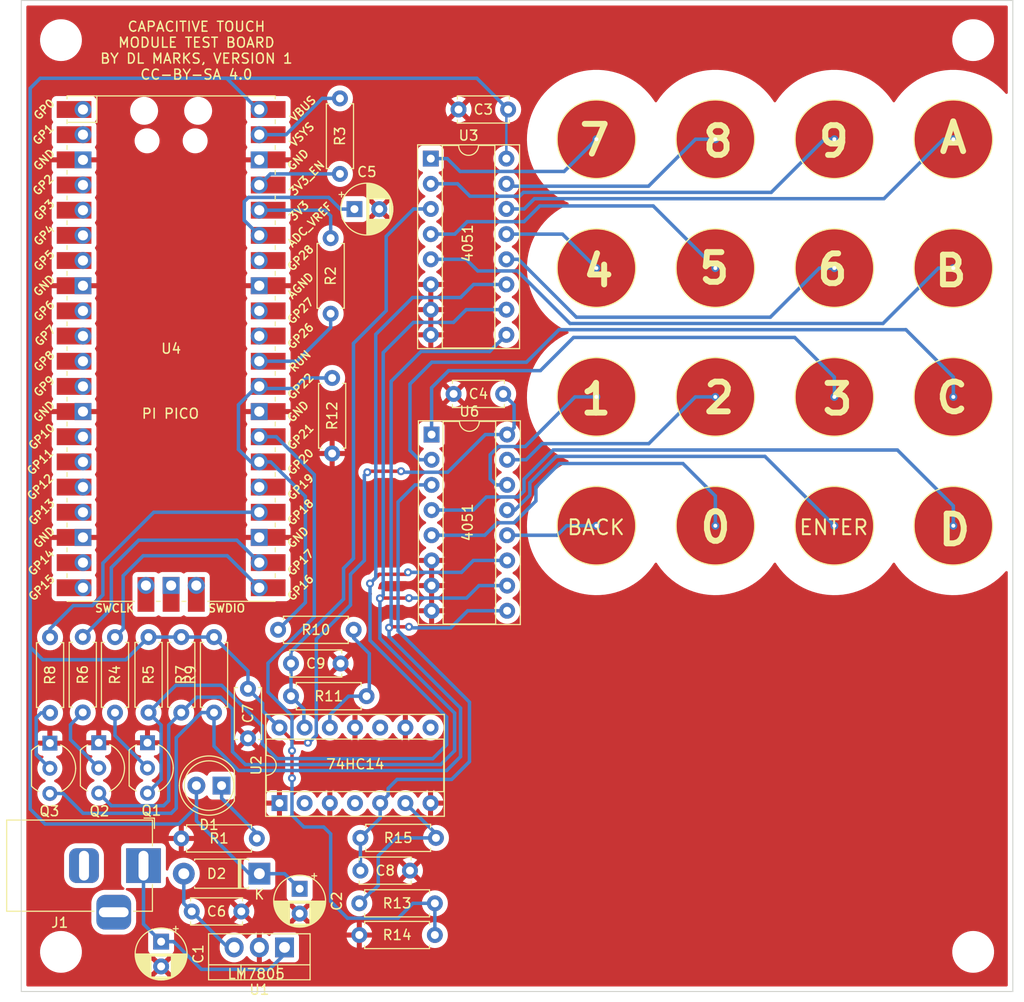
<source format=kicad_pcb>
(kicad_pcb (version 20211014) (generator pcbnew)
  (layers (0 "F.Cu" signal) (31 "B.Cu" signal) (34 "B.Paste" user) (35 "F.Paste" user) (36 "B.SilkS" user "B.Silkscreen") (37 "F.SilkS" user "F.Silkscreen") (38 "B.Mask" user) (39 "F.Mask" user) (44 "Edge.Cuts" user))
  (net 0 "")
  (net 1 "Net-(C1-Pad1)")
  (net 2 "GND")
  (net 3 "+5V")
  (net 4 "Net-(D1-Pad1)")
  (net 7 "Net-(C5-Pad1)")
  (net 8 "Net-(C6-Pad1)")
  (net 9 "Net-(C9-Pad1)")
  (net 10 "Net-(R2-Pad1)")
  (net 11 "Net-(R3-Pad1)")
  (net 12 "Net-(R3-Pad2)")
  (net 13 "Net-(R4-Pad1)")
  (net 14 "Net-(R6-Pad1)")
  (net 15 "Net-(R8-Pad1)")
  (net 16 "PADOSC1")
  (net 40 "Net-(R11-Pad2)")
  (net 41 "Net-(Q1-Pad2)")
  (net 42 "SEL0")
  (net 43 "Net-(Q2-Pad2)")
  (net 44 "SEL1")
  (net 45 "Net-(Q3-Pad2)")
  (net 46 "SEL2")
  (net 47 "Net-(U3-Pad1)")
  (net 48 "+3V3")
  (net 49 "Net-(U3-Pad2)")
  (net 50 "Net-(U3-Pad4)")
  (net 51 "Net-(U3-Pad5)")
  (net 52 "Net-(U3-Pad12)")
  (net 53 "Net-(U3-Pad13)")
  (net 54 "Net-(U3-Pad14)")
  (net 55 "Net-(U3-Pad15)")
  (net 56 "Net-(C8-Pad1)")
  (net 57 "Net-(P9-Pad1)")
  (net 58 "Net-(P10-Pad1)")
  (net 59 "Net-(P11-Pad1)")
  (net 60 "Net-(P12-Pad1)")
  (net 61 "Net-(P13-Pad1)")
  (net 62 "Net-(P14-Pad1)")
  (net 63 "Net-(P15-Pad1)")
  (net 64 "Net-(P16-Pad1)")
  (net 65 "Net-(R13-Pad2)")
  (net 66 "PADOSC2")
  (footprint "MountingHole:MountingHole_3.2mm_M3" (layer "F.Cu") (at 136 126)
    (fp_text reference "H1" hide)
    (fp_text value "MountingHole")
  )
  (footprint "Resistor_THT:R_Axial_DIN0207_L6.3mm_D2.5mm_P7.62mm_Horizontal" (layer "F.Cu") (at 74.2 114.5)
    (fp_text reference "R15")
    (fp_text value "1k")
  )
  (footprint "Package_TO_SOT_THT:TO-92_Inline_Wide" (layer "F.Cu") (at 52.726 104.902 -90)
    (fp_text reference "Q1")
    (fp_text value "2N3904")
  )
  (footprint "Package_TO_SOT_THT:TO-92_Inline_Wide" (layer "F.Cu") (at 47.81 104.9 -90)
    (fp_text reference "Q2")
    (fp_text value "2N3904")
  )
  (footprint "Capacitor_THT:C_Disc_D5.0mm_W2.5mm_P5.00mm" (layer "F.Cu") (at 67.2 96.9)
    (fp_text reference "C9")
    (fp_text value "10 pF")
  )
  (footprint "Connector_BarrelJack:BarrelJack_Horizontal" (layer "F.Cu") (at 52.324 117.3)
    (fp_text reference "J1")
    (fp_text value "Barrel_Jack_Switch")
  )
  (footprint "CapacitiveTouchpad:CapacitivePad1" (layer "F.Cu") (at 122 44)
    (fp_text reference "P5" hide)
    (fp_text value "Pad1")
  )
  (footprint "Resistor_THT:R_Axial_DIN0207_L6.3mm_D2.5mm_P7.62mm_Horizontal" (layer "F.Cu") (at 67.2 100.2)
    (fp_text reference "R11")
    (fp_text value "1k")
  )
  (footprint "Resistor_THT:R_Axial_DIN0207_L6.3mm_D2.5mm_P7.62mm_Horizontal" (layer "F.Cu") (at 46.2 94.22 -90)
    (fp_text reference "R6")
    (fp_text value "10k")
  )
  (footprint "CapacitiveTouchpad:CapacitivePad1" (layer "F.Cu") (at 110 83)
    (fp_text reference "P12" hide)
    (fp_text value "Pad1")
  )
  (footprint "Resistor_THT:R_Axial_DIN0207_L6.3mm_D2.5mm_P7.62mm_Horizontal" (layer "F.Cu") (at 49.45 94.24 -90)
    (fp_text reference "R4")
    (fp_text value "10k")
  )
  (footprint "CapacitiveTouchpad:CapacitivePad1" (layer "F.Cu") (at 122 70)
    (fp_text reference "P11" hide)
    (fp_text value "Pad1")
  )
  (footprint "Package_TO_SOT_THT:TO-220-3_Vertical" (layer "F.Cu") (at 66.548 125.547 180)
    (fp_text reference "U1")
    (fp_text value "LM7805_TO220")
  )
  (footprint "MountingHole:MountingHole_3.2mm_M3" (layer "F.Cu") (at 44 126)
    (fp_text reference "H4" hide)
    (fp_text value "MountingHole")
  )
  (footprint "CapacitiveTouchpad:CapacitivePad1" (layer "F.Cu") (at 110 57)
    (fp_text reference "P6" hide)
    (fp_text value "Pad1")
  )
  (footprint "CapacitiveTouchpad:CapacitivePad1" (layer "F.Cu") (at 110 70)
    (fp_text reference "P10" hide)
    (fp_text value "Pad1")
  )
  (footprint "MountingHole:MountingHole_3.2mm_M3" (layer "F.Cu") (at 136 34)
    (fp_text reference "H2" hide)
    (fp_text value "MountingHole")
  )
  (footprint "Diode_THT:D_DO-41_SOD81_P7.62mm_Horizontal" (layer "F.Cu") (at 64.008 118.11 180)
    (fp_text reference "D2")
    (fp_text value "1N5819")
  )
  (footprint "Capacitor_THT:C_Disc_D5.0mm_W2.5mm_P5.00mm" (layer "F.Cu") (at 74.2 117.8)
    (fp_text reference "C8")
    (fp_text value "10 pF")
  )
  (footprint "CapacitiveTouchpad:CapacitivePad1" (layer "F.Cu") (at 134 70)
    (fp_text reference "P13" hide)
    (fp_text value "Pad1")
  )
  (footprint "CapacitiveTouchpad:RPi_Pico_SMD_TH" (layer "F.Cu") (at 55.11 65.13)
    (fp_text reference "U4")
    (fp_text value "Pico")
  )
  (footprint "Capacitor_THT:C_Disc_D5.0mm_W2.5mm_P5.00mm" (layer "F.Cu") (at 88.6 69.7 180)
    (fp_text reference "C4")
    (fp_text value "100 nF")
  )
  (footprint "Resistor_THT:R_Axial_DIN0207_L6.3mm_D2.5mm_P7.62mm_Horizontal" (layer "F.Cu") (at 42.9 94.26 -90)
    (fp_text reference "R8")
    (fp_text value "10k")
  )
  (footprint "Package_DIP:DIP-14_W7.62mm_Socket" (layer "F.Cu") (at 66.035 110.988 90)
    (fp_text reference "U2")
    (fp_text value "74HC14")
  )
  (footprint "Package_DIP:DIP-16_W7.62mm_Socket" (layer "F.Cu") (at 81.3 45.954)
    (fp_text reference "U3")
    (fp_text value "CD4051B")
  )
  (footprint "Resistor_THT:R_Axial_DIN0207_L6.3mm_D2.5mm_P7.62mm_Horizontal" (layer "F.Cu") (at 52.832 101.854 90)
    (fp_text reference "R5")
    (fp_text value "1k")
  )
  (footprint "Capacitor_THT:C_Disc_D5.0mm_W2.5mm_P5.00mm" (layer "F.Cu") (at 62.86 99.45 -90)
    (fp_text reference "C7")
    (fp_text value "100 nF")
  )
  (footprint "Resistor_THT:R_Axial_DIN0207_L6.3mm_D2.5mm_P7.62mm_Horizontal" (layer "F.Cu") (at 71.35 68.09 -90)
    (fp_text reference "R12")
    (fp_text value "1k")
  )
  (footprint "Resistor_THT:R_Axial_DIN0207_L6.3mm_D2.5mm_P7.62mm_Horizontal" (layer "F.Cu") (at 71.2 61.6 90)
    (fp_text reference "R2")
    (fp_text value "10k")
  )
  (footprint "CapacitiveTouchpad:CapacitivePad1" (layer "F.Cu") (at 110 44)
    (fp_text reference "P2" hide)
    (fp_text value "Pad1")
  )
  (footprint "CapacitiveTouchpad:CapacitivePad1" (layer "F.Cu") (at 134 57)
    (fp_text reference "P4" hide)
    (fp_text value "Pad1")
  )
  (footprint "Capacitor_THT:C_Disc_D5.0mm_W2.5mm_P5.00mm" (layer "F.Cu") (at 57.19 121.92)
    (fp_text reference "C6")
    (fp_text value "100 nF")
  )
  (footprint "Package_TO_SOT_THT:TO-92_Inline_Wide" (layer "F.Cu") (at 42.88 104.94 -90)
    (fp_text reference "Q3")
    (fp_text value "2N3904")
  )
  (footprint "CapacitiveTouchpad:CapacitivePad1" (layer "F.Cu") (at 122 83)
    (fp_text reference "P9" hide)
    (fp_text value "Pad1")
  )
  (footprint "Capacitor_THT:CP_Radial_D5.0mm_P2.50mm" (layer "F.Cu") (at 68.072 119.634 -90)
    (fp_text reference "C2")
    (fp_text value "100 uF")
  )
  (footprint "CapacitiveTouchpad:CapacitivePad1" (layer "F.Cu") (at 98 70)
    (fp_text reference "P15" hide)
    (fp_text value "Pad1")
  )
  (footprint "CapacitiveTouchpad:CapacitivePad1" (layer "F.Cu") (at 98 57)
    (fp_text reference "P1" hide)
    (fp_text value "Pad1")
  )
  (footprint "CapacitiveTouchpad:CapacitivePad1" (layer "F.Cu") (at 134 44)
    (fp_text reference "P7" hide)
    (fp_text value "Pad1")
  )
  (footprint "Resistor_THT:R_Axial_DIN0207_L6.3mm_D2.5mm_P7.62mm_Horizontal" (layer "F.Cu") (at 81.71 124.3 180)
    (fp_text reference "R14")
    (fp_text value "1k")
  )
  (footprint "Resistor_THT:R_Axial_DIN0207_L6.3mm_D2.5mm_P7.62mm_Horizontal" (layer "F.Cu") (at 56.134 101.854 90)
    (fp_text reference "R7")
    (fp_text value "1k")
  )
  (footprint "CapacitiveTouchpad:CapacitivePad1" (layer "F.Cu") (at 122 57)
    (fp_text reference "P8" hide)
    (fp_text value "Pad1")
  )
  (footprint "Package_DIP:DIP-16_W7.62mm_Socket" (layer "F.Cu") (at 81.38 73.8)
    (fp_text reference "U6")
    (fp_text value "CD4051B")
  )
  (footprint "Resistor_THT:R_Axial_DIN0207_L6.3mm_D2.5mm_P7.62mm_Horizontal" (layer "F.Cu") (at 81.71 121.1 180)
    (fp_text reference "R13")
    (fp_text value "470R")
  )
  (footprint "Capacitor_THT:C_Disc_D5.0mm_W2.5mm_P5.00mm" (layer "F.Cu") (at 89.1 41 180)
    (fp_text reference "C3")
    (fp_text value "100 nF")
  )
  (footprint "CapacitiveTouchpad:CapacitivePad1" (layer "F.Cu") (at 98 83)
    (fp_text reference "P16" hide)
    (fp_text value "Pad1")
  )
  (footprint "MountingHole:MountingHole_3.2mm_M3" (layer "F.Cu") (at 44 34)
    (fp_text reference "H3" hide)
    (fp_text value "MountingHole")
  )
  (footprint "CapacitiveTouchpad:CapacitivePad1" (layer "F.Cu") (at 98 44)
    (fp_text reference "P3" hide)
    (fp_text value "Pad1")
  )
  (footprint "Resistor_THT:R_Axial_DIN0207_L6.3mm_D2.5mm_P7.62mm_Horizontal" (layer "F.Cu") (at 59.436 101.854 90)
    (fp_text reference "R9")
    (fp_text value "1k")
  )
  (footprint "Resistor_THT:R_Axial_DIN0207_L6.3mm_D2.5mm_P7.62mm_Horizontal" (layer "F.Cu") (at 65.9 93.5)
    (fp_text reference "R10")
    (fp_text value "470R")
  )
  (footprint "Resistor_THT:R_Axial_DIN0207_L6.3mm_D2.5mm_P7.62mm_Horizontal" (layer "F.Cu") (at 63.754 114.554 180)
    (fp_text reference "R1")
    (fp_text value "1k")
  )
  (footprint "Capacitor_THT:CP_Radial_D5.0mm_P2.50mm" (layer "F.Cu") (at 54.102 124.968 -90)
    (fp_text reference "C1")
    (fp_text value "100 uF")
  )
  (footprint "CapacitiveTouchpad:CapacitivePad1" (layer "F.Cu") (at 134 83)
    (fp_text reference "P14" hide)
    (fp_text value "Pad1")
  )
  (footprint "Resistor_THT:R_Axial_DIN0207_L6.3mm_D2.5mm_P7.62mm_Horizontal" (layer "F.Cu") (at 72.136 47.498 90)
    (fp_text reference "R3")
    (fp_text value "10k")
  )
  (footprint "LED_THT:LED_D5.0mm" (layer "F.Cu") (at 60.198 109.22 180)
    (fp_text reference "D1")
    (fp_text value "LED")
  )
  (footprint "Capacitor_THT:CP_Radial_D5.0mm_P2.50mm" (layer "F.Cu") (at 73.6 51.05)
    (fp_text reference "C5")
    (fp_text value "100 uF")
  )
  (gr_line (start 40 30) (end 140 30) (layer "Edge.Cuts") (width 0.1))
  (gr_line (start 40 130) (end 40 30) (layer "Edge.Cuts") (width 0.1))
  (gr_line (start 140 30) (end 140 130) (layer "Edge.Cuts") (width 0.1))
  (gr_line (start 140 130) (end 40 130) (layer "Edge.Cuts") (width 0.1))
  (gr_text "C" (at 133.87 70.1) (layer "F.SilkS") (effects (font (size 3 3) (thickness 0.6))))
  (gr_text "8" (at 110.27 44.22) (layer "F.SilkS") (effects (font (size 3 3) (thickness 0.6))))
  (gr_text "6" (at 121.81 57.16) (layer "F.SilkS") (effects (font (size 3 3) (thickness 0.6))))
  (gr_text "B" (at 133.74 57.29) (layer "F.SilkS") (effects (font (size 3 3) (thickness 0.6))))
  (gr_text "0" (at 110.01 83.17) (layer "F.SilkS") (effects (font (size 3 3) (thickness 0.6))))
  (gr_text "9" (at 121.94 44.22) (layer "F.SilkS") (effects (font (size 3 3) (thickness 0.6))))
  (gr_text "PI PICO" (at 55.04 71.69) (layer "F.SilkS") (effects (font (size 1 1))))
  (gr_text "ENTER" (at 121.94 83.17) (layer "F.SilkS") (effects (font (size 1.5 1.5) (thickness 0.2))))
  (gr_text "D" (at 134.12 83.42) (layer "F.SilkS") (effects (font (size 3 3) (thickness 0.6))))
  (gr_text "LM7805" (at 63.69 128.23) (layer "F.SilkS") (effects (font (size 1 1))))
  (gr_text "1" (at 97.96 70.23) (layer "F.SilkS") (effects (font (size 3 3) (thickness 0.6))))
  (gr_text "5" (at 109.89 57.03) (layer "F.SilkS") (effects (font (size 3 3) (thickness 0.6))))
  (gr_text "74HC14" (at 73.68 107.07) (layer "F.SilkS") (effects (font (size 1 1))))
  (gr_text "4051" (at 85.02 54.5 90) (layer "F.SilkS") (effects (font (size 1 1))))
  (gr_text "BACK" (at 97.96 83.17) (layer "F.SilkS") (effects (font (size 1.5 1.5) (thickness 0.2))))
  (gr_text "3" (at 122.32 70.23) (layer "F.SilkS") (effects (font (size 3 3) (thickness 0.6))))
  (gr_text "4051" (at 85.02 82.66 90) (layer "F.SilkS") (effects (font (size 1 1))))
  (gr_text "2" (at 110.39 70.1) (layer "F.SilkS") (effects (font (size 3 3) (thickness 0.6))))
  (gr_text "7" (at 97.83 44.09) (layer "F.SilkS") (effects (font (size 3 3) (thickness 0.6))))
  (gr_text "CAPACITIVE TOUCH\nMODULE TEST BOARD\nBY DL MARKS, VERSION 1\nCC-BY-SA 4.0" (at 57.658 35.052) (layer "F.SilkS") (effects (font (size 1 1))))
  (gr_text "4" (at 98.21 57.29) (layer "F.SilkS") (effects (font (size 3 3) (thickness 0.6))))
  (gr_text "A" (at 133.99 43.84) (layer "F.SilkS") (effects (font (size 3 3) (thickness 0.6))))
  (segment (start 66.548 126.238) (end 65.024 127.762) (width 0.35) (layer "B.Cu") (net 1))
  (segment (start 52.324 117.3) (end 52.324 123.19) (width 0.35) (layer "B.Cu") (net 1))
  (segment (start 52.324 123.19) (end 54.102 124.968) (width 0.35) (layer "B.Cu") (net 1))
  (segment (start 65.024 127.762) (end 58.166 127.762) (width 0.35) (layer "B.Cu") (net 1))
  (segment (start 55.372 124.968) (end 54.102 124.968) (width 0.35) (layer "B.Cu") (net 1))
  (segment (start 58.166 127.762) (end 55.372 124.968) (width 0.35) (layer "B.Cu") (net 1))
  (segment (start 66.548 125.547) (end 66.548 126.238) (width 0.35) (layer "B.Cu") (net 1))
  (segment (start 67.567 104.9) (end 66.035 103.368) (width 0.35) (layer "F.Cu") (net 3))
  (segment (start 75 77.5) (end 74.9 77.6) (width 0.35) (layer "F.Cu") (net 3))
  (segment (start 68.9 104.9) (end 67.567 104.9) (width 0.35) (layer "F.Cu") (net 3))
  (segment (start 78.3 77.5) (end 75 77.5) (width 0.35) (layer "F.Cu") (net 3))
  (via (at 68.9 104.9) (size 0.8) (drill 0.4) (layers "F.Cu" "B.Cu") (net 3))
  (via (at 78.3 77.5) (size 0.8) (drill 0.4) (layers "F.Cu" "B.Cu") (net 3))
  (via (at 74.9 77.6) (size 0.8) (drill 0.4) (layers "F.Cu" "B.Cu") (net 3))
  (segment (start 40.894 93.794) (end 40.894 111.594) (width 0.35) (layer "B.Cu") (net 3))
  (segment (start 64.008 118.11) (end 62.992 118.11) (width 0.35) (layer "B.Cu") (net 3))
  (segment (start 62.86 97.658) (end 59.436 94.234) (width 0.35) (layer "B.Cu") (net 3))
  (segment (start 40.894 111.594) (end 42.4 113.1) (width 0.35) (layer "B.Cu") (net 3))
  (segment (start 73.2 87.9) (end 73.2 91) (width 0.35) (layer "B.Cu") (net 3))
  (segment (start 60.196 37.846) (end 60.706 37.846) (width 0.35) (layer "B.Cu") (net 3))
  (segment (start 56.134 94.234) (end 52.832 94.234) (width 0.35) (layer "B.Cu") (net 3))
  (segment (start 40.894 93.794) (end 40.894 38.862) (width 0.35) (layer "B.Cu") (net 3))
  (segment (start 88.92 41.18) (end 89.1 41) (width 0.25) (layer "B.Cu") (net 3))
  (segment (start 74.6 86.5) (end 73.2 87.9) (width 0.35) (layer "B.Cu") (net 3))
  (segment (start 40.894 38.862) (end 41.91 37.846) (width 0.35) (layer "B.Cu") (net 3))
  (segment (start 89.7 70.8) (end 89.7 73.1) (width 0.35) (layer "B.Cu") (net 3))
  (segment (start 88.92 45.954) (end 88.92 41.18) (width 0.25) (layer "B.Cu") (net 3))
  (segment (start 62.86 99.45) (end 64.33 100.92) (width 0.35) (layer "B.Cu") (net 3))
  (segment (start 60.706 37.846) (end 63.86 41) (width 0.35) (layer "B.Cu") (net 3))
  (segment (start 63.86 41) (end 64 41) (width 0.35) (layer "B.Cu") (net 3))
  (segment (start 42.164 96.52) (end 40.894 95.25) (width 0.35) (layer "B.Cu") (net 3))
  (segment (start 69.75 94.45) (end 69.75 104.15) (width 0.35) (layer "B.Cu") (net 3))
  (segment (start 74.6 77.9) (end 74.6 86.5) (width 0.35) (layer "B.Cu") (net 3))
  (segment (start 55.9 113.1) (end 57.663 111.337) (width 0.35) (layer "B.Cu") (net 3))
  (segment (start 57.663 112.781) (end 57.663 111.337) (width 0.35) (layer "B.Cu") (net 3))
  (segment (start 62.86 99.45) (end 62.86 97.658) (width 0.35) (layer "B.Cu") (net 3))
  (segment (start 64.33 100.92) (end 64.33 101.663) (width 0.35) (layer "B.Cu") (net 3))
  (segment (start 73.2 91) (end 69.75 94.45) (width 0.35) (layer "B.Cu") (net 3))
  (segment (start 57.663 109.225) (end 57.658 109.22) (width 0.35) (layer "B.Cu") (net 3))
  (segment (start 64.33 101.663) (end 66.035 103.368) (width 0.35) (layer "B.Cu") (net 3))
  (segment (start 88.6 69.7) (end 89.7 70.8) (width 0.35) (layer "B.Cu") (net 3))
  (segment (start 42.4 113.1) (end 55.9 113.1) (width 0.35) (layer "B.Cu") (net 3))
  (segment (start 78.4 77.6) (end 83 77.6) (width 0.35) (layer "B.Cu") (net 3))
  (segment (start 52.832 94.234) (end 50.546 96.52) (width 0.35) (layer "B.Cu") (net 3))
  (segment (start 66.548 118.11) (end 68.072 119.634) (width 0.35) (layer "B.Cu") (net 3))
  (segment (start 40.894 95.25) (end 40.894 93.794) (width 0.35) (layer "B.Cu") (net 3))
  (segment (start 89 73.8) (end 86.8 73.8) (width 0.35) (layer "B.Cu") (net 3))
  (segment (start 69.75 104.15) (end 69 104.9) (width 0.35) (layer "B.Cu") (net 3))
  (segment (start 78.4 77.6) (end 78.3 77.5) (width 0.35) (layer "B.Cu") (net 3))
  (segment (start 60.196 37.846) (end 85.946 37.846) (width 0.35) (layer "B.Cu") (net 3))
  (segment (start 64.008 118.11) (end 66.548 118.11) (width 0.35) (layer "B.Cu") (net 3))
  (segment (start 50.546 96.52) (end 42.164 96.52) (width 0.35) (layer "B.Cu") (net 3))
  (segment (start 41.91 37.846) (end 60.196 37.846) (width 0.35) (layer "B.Cu") (net 3))
  (segment (start 59.436 94.234) (end 56.134 94.234) (width 0.35) (layer "B.Cu") (net 3))
  (segment (start 62.992 118.11) (end 57.663 112.781) (width 0.35) (layer "B.Cu") (net 3))
  (segment (start 85.946 37.846) (end 89.1 41) (width 0.35) (layer "B.Cu") (net 3))
  (segment (start 57.663 111.337) (end 57.663 109.225) (width 0.35) (layer "B.Cu") (net 3))
  (segment (start 83 77.6) (end 86.8 73.8) (width 0.35) (layer "B.Cu") (net 3))
  (segment (start 69 104.9) (end 68.9 104.9) (width 0.35) (layer "B.Cu") (net 3))
  (segment (start 74.9 77.6) (end 74.6 77.9) (width 0.35) (layer "B.Cu") (net 3))
  (segment (start 89.7 73.1) (end 89 73.8) (width 0.35) (layer "B.Cu") (net 3))
  (segment (start 60.203 109.225) (end 60.203 110.495) (width 0.35) (layer "B.Cu") (net 4))
  (segment (start 60.198 109.22) (end 60.203 109.225) (width 0.35) (layer "B.Cu") (net 4))
  (segment (start 60.203 110.495) (end 63.754 114.046) (width 0.35) (layer "B.Cu") (net 4))
  (segment (start 63.754 114.046) (end 63.754 114.554) (width 0.35) (layer "B.Cu") (net 4))
  (segment (start 62.484 52.184) (end 64 53.7) (width 0.35) (layer "B.Cu") (net 7))
  (segment (start 71 49.87) (end 62.906 49.87) (width 0.35) (layer "B.Cu") (net 7))
  (segment (start 73.6 51.05) (end 72.18 51.05) (width 0.35) (layer "B.Cu") (net 7))
  (segment (start 62.906 49.87) (end 62.484 50.292) (width 0.35) (layer "B.Cu") (net 7))
  (segment (start 62.484 50.292) (end 62.484 52.184) (width 0.35) (layer "B.Cu") (net 7))
  (segment (start 72.18 51.05) (end 71 49.87) (width 0.35) (layer "B.Cu") (net 7))
  (segment (start 57.19 121.92) (end 60.817 125.547) (width 0.35) (layer "B.Cu") (net 8))
  (segment (start 56.388 121.118) (end 57.19 121.92) (width 0.35) (layer "B.Cu") (net 8))
  (segment (start 56.388 118.11) (end 56.388 121.118) (width 0.35) (layer "B.Cu") (net 8))
  (segment (start 60.817 125.547) (end 61.468 125.547) (width 0.35) (layer "B.Cu") (net 8))
  (segment (start 72.5 90.4) (end 72.5 87.3) (width 0.35) (layer "B.Cu") (net 9))
  (segment (start 67.2 96.9) (end 67.2 100.2) (width 0.35) (layer "B.Cu") (net 9))
  (segment (start 76.8 61.3) (end 76.8 53.8) (width 0.35) (layer "B.Cu") (net 9))
  (segment (start 68.5 101.5) (end 67.2 100.2) (width 0.35) (layer "B.Cu") (net 9))
  (segment (start 76.8 53.8) (end 79.566 51.034) (width 0.35) (layer "B.Cu") (net 9))
  (segment (start 72.5 87.3) (end 73.5 86.3) (width 0.35) (layer "B.Cu") (net 9))
  (segment (start 68.575 103.368) (end 68.5 103.293) (width 0.35) (layer "B.Cu") (net 9))
  (segment (start 73.5 86.3) (end 73.5 64.6) (width 0.35) (layer "B.Cu") (net 9))
  (segment (start 68.5 103.293) (end 68.5 101.5) (width 0.35) (layer "B.Cu") (net 9))
  (segment (start 73.5 64.6) (end 76.8 61.3) (width 0.35) (layer "B.Cu") (net 9))
  (segment (start 67.2 96.9) (end 67.2 95.7) (width 0.35) (layer "B.Cu") (net 9))
  (segment (start 67.2 95.7) (end 72.5 90.4) (width 0.35) (layer "B.Cu") (net 9))
  (segment (start 79.566 51.034) (end 81.3 51.034) (width 0.35) (layer "B.Cu") (net 9))
  (segment (start 71.2 63) (end 71.2 61.6) (width 0.35) (layer "B.Cu") (net 10))
  (segment (start 67.8 66.4) (end 71.2 63) (width 0.35) (layer "B.Cu") (net 10))
  (segment (start 64 66.4) (end 67.8 66.4) (width 0.35) (layer "B.Cu") (net 10))
  (segment (start 65.122 47.498) (end 72.136 47.498) (width 0.35) (layer "B.Cu") (net 11))
  (segment (start 64 48.62) (end 65.122 47.498) (width 0.35) (layer "B.Cu") (net 11))
  (segment (start 66.696 43.54) (end 70.358 39.878) (width 0.35) (layer "B.Cu") (net 12))
  (segment (start 64 43.54) (end 66.696 43.54) (width 0.35) (layer "B.Cu") (net 12))
  (segment (start 70.358 39.878) (end 72.136 39.878) (width 0.35) (layer "B.Cu") (net 12))
  (segment (start 52.29 86.03) (end 50.27 88.05) (width 0.35) (layer "B.Cu") (net 13))
  (segment (start 50.27 93.42) (end 49.45 94.24) (width 0.35) (layer "B.Cu") (net 13))
  (segment (start 60.77 86.03) (end 52.29 86.03) (width 0.35) (layer "B.Cu") (net 13))
  (segment (start 50.27 88.05) (end 50.27 93.42) (width 0.35) (layer "B.Cu") (net 13))
  (segment (start 64 89.26) (end 60.77 86.03) (width 0.35) (layer "B.Cu") (net 13))
  (segment (start 49.08 87.22) (end 49.08 90.81) (width 0.35) (layer "B.Cu") (net 14))
  (segment (start 49.15 90.88) (end 49.15 91.27) (width 0.35) (layer "B.Cu") (net 14))
  (segment (start 64 86.72) (end 61.74 84.46) (width 0.35) (layer "B.Cu") (net 14))
  (segment (start 49.15 91.27) (end 46.2 94.22) (width 0.35) (layer "B.Cu") (net 14))
  (segment (start 51.84 84.46) (end 49.08 87.22) (width 0.35) (layer "B.Cu") (net 14))
  (segment (start 61.74 84.46) (end 51.84 84.46) (width 0.35) (layer "B.Cu") (net 14))
  (segment (start 49.08 90.81) (end 49.15 90.88) (width 0.35) (layer "B.Cu") (net 14))
  (segment (start 45.24 91.06) (end 42.9 93.4) (width 0.35) (layer "B.Cu") (net 15))
  (segment (start 47.15 91.06) (end 45.24 91.06) (width 0.35) (layer "B.Cu") (net 15))
  (segment (start 48.23 86.77) (end 48.23 89.98) (width 0.35) (layer "B.Cu") (net 15))
  (segment (start 48.23 89.98) (end 47.15 91.06) (width 0.35) (layer "B.Cu") (net 15))
  (segment (start 42.9 93.4) (end 42.9 94.26) (width 0.35) (layer "B.Cu") (net 15))
  (segment (start 64 81.64) (end 53.36 81.64) (width 0.35) (layer "B.Cu") (net 15))
  (segment (start 53.36 81.64) (end 48.23 86.77) (width 0.35) (layer "B.Cu") (net 15))
  (segment (start 68.65 90.75) (end 65.9 93.5) (width 0.35) (layer "B.Cu") (net 16))
  (segment (start 71.35 68.09) (end 68.61 68.09) (width 0.35) (layer "B.Cu") (net 16))
  (segment (start 64.21 69.15) (end 64 68.94) (width 0.35) (layer "B.Cu") (net 16))
  (segment (start 68.61 68.09) (end 67.55 69.15) (width 0.35) (layer "B.Cu") (net 16))
  (segment (start 63.16 76.56) (end 61.9 75.3) (width 0.35) (layer "B.Cu") (net 16))
  (segment (start 65.16 76.56) (end 68.65 80.05) (width 0.35) (layer "B.Cu") (net 16))
  (segment (start 64 76.56) (end 65.16 76.56) (width 0.35) (layer "B.Cu") (net 16))
  (segment (start 64 76.56) (end 63.16 76.56) (width 0.35) (layer "B.Cu") (net 16))
  (segment (start 61.9 75.3) (end 61.9 70.8) (width 0.35) (layer "B.Cu") (net 16))
  (segment (start 67.55 69.15) (end 64.21 69.15) (width 0.35) (layer "B.Cu") (net 16))
  (segment (start 61.9 70.8) (end 63.76 68.94) (width 0.35) (layer "B.Cu") (net 16))
  (segment (start 68.65 80.05) (end 68.65 90.75) (width 0.35) (layer "B.Cu") (net 16))
  (segment (start 63.76 68.94) (end 64 68.94) (width 0.35) (layer "B.Cu") (net 16))
  (segment (start 71.115 102.085) (end 73 100.2) (width 0.35) (layer "B.Cu") (net 40))
  (segment (start 75.1 99.92) (end 74.82 100.2) (width 0.35) (layer "B.Cu") (net 40))
  (segment (start 73.52 93.5) (end 73.52 94.32) (width 0.35) (layer "B.Cu") (net 40))
  (segment (start 71.115 103.368) (end 71.115 102.085) (width 0.35) (layer "B.Cu") (net 40))
  (segment (start 73.52 94.32) (end 75.1 95.9) (width 0.35) (layer "B.Cu") (net 40))
  (segment (start 75.1 95.9) (end 75.1 99.92) (width 0.35) (layer "B.Cu") (net 40))
  (segment (start 73 100.2) (end 74.82 100.2) (width 0.35) (layer "B.Cu") (net 40))
  (segment (start 49.45 101.86) (end 49.45 104.166) (width 0.35) (layer "B.Cu") (net 41))
  (segment (start 49.45 104.166) (end 52.726 107.442) (width 0.35) (layer "B.Cu") (net 41))
  (segment (start 75.17 88.83) (end 76.1 87.9) (width 0.35) (layer "F.Cu") (net 42))
  (segment (start 76.1 87.9) (end 78.8 87.9) (width 0.35) (layer "F.Cu") (net 42))
  (segment (start 78.8 87.9) (end 79 87.7) (width 0.35) (layer "F.Cu") (net 42))
  (via (at 75.17 88.83) (size 0.8) (drill 0.4) (layers "F.Cu" "B.Cu") (net 42))
  (via (at 79 87.7) (size 0.8) (drill 0.4) (layers "F.Cu" "B.Cu") (net 42))
  (segment (start 54.102 108.606) (end 52.726 109.982) (width 0.35) (layer "B.Cu") (net 42))
  (segment (start 84.3 59.97) (end 85.616 58.654) (width 0.35) (layer "B.Cu") (net 42))
  (segment (start 75.75 88.25) (end 75.75 63.69) (width 0.35) (layer "B.Cu") (net 42))
  (segment (start 82.9 105.1) (end 81.5 106.5) (width 0.35) (layer "B.Cu") (net 42))
  (segment (start 60.2 99.1) (end 55.586 99.1) (width 0.35) (layer "B.Cu") (net 42))
  (segment (start 52.832 101.854) (end 54.102 103.124) (width 0.35) (layer "B.Cu") (net 42))
  (segment (start 75.17 94.57) (end 82.9 102.3) (width 0.35) (layer "B.Cu") (net 42))
  (segment (start 82.9 102.3) (end 82.9 105.1) (width 0.35) (layer "B.Cu") (net 42))
  (segment (start 84.4 87.7) (end 85.6 86.5) (width 0.35) (layer "B.Cu") (net 42))
  (segment (start 64.3 103.2) (end 60.2 99.1) (width 0.35) (layer "B.Cu") (net 42))
  (segment (start 79.47 59.97) (end 84.3 59.97) (width 0.35) (layer "B.Cu") (net 42))
  (segment (start 81.5 106.5) (end 65.8 106.5) (width 0.35) (layer "B.Cu") (net 42))
  (segment (start 54.102 103.124) (end 54.102 108.606) (width 0.35) (layer "B.Cu") (net 42))
  (segment (start 55.586 99.1) (end 52.832 101.854) (width 0.35) (layer "B.Cu") (net 42))
  (segment (start 64.3 105) (end 64.3 103.2) (width 0.35) (layer "B.Cu") (net 42))
  (segment (start 75.75 63.69) (end 79.47 59.97) (width 0.35) (layer "B.Cu") (net 42))
  (segment (start 85.616 58.654) (end 88.92 58.654) (width 0.35) (layer "B.Cu") (net 42))
  (segment (start 75.17 88.83) (end 75.75 88.25) (width 0.35) (layer "B.Cu") (net 42))
  (segment (start 79 87.7) (end 84.4 87.7) (width 0.35) (layer "B.Cu") (net 42))
  (segment (start 85.6 86.5) (end 89 86.5) (width 0.35) (layer "B.Cu") (net 42))
  (segment (start 65.8 106.5) (end 64.3 105) (width 0.35) (layer "B.Cu") (net 42))
  (segment (start 75.17 88.83) (end 75.17 94.57) (width 0.35) (layer "B.Cu") (net 42))
  (segment (start 46.2 101.84) (end 44.96 103.08) (width 0.35) (layer "B.Cu") (net 43))
  (segment (start 44.96 104.59) (end 47.81 107.44) (width 0.35) (layer "B.Cu") (net 43))
  (segment (start 44.96 103.08) (end 44.96 104.59) (width 0.35) (layer "B.Cu") (net 43))
  (segment (start 79.1 90.3) (end 76.2 90.3) (width 0.35) (layer "F.Cu") (net 44))
  (segment (start 76.2 90.3) (end 76.17 90.33) (width 0.35) (layer "F.Cu") (net 44))
  (via (at 76.17 90.33) (size 0.8) (drill 0.4) (layers "F.Cu" "B.Cu") (net 44))
  (via (at 79.1 90.3) (size 0.8) (drill 0.4) (layers "F.Cu" "B.Cu") (net 44))
  (segment (start 83.7 105.7) (end 83.7 101.9) (width 0.35) (layer "B.Cu") (net 44))
  (segment (start 83.59 62.48) (end 84.876 61.194) (width 0.35) (layer "B.Cu") (net 44))
  (segment (start 79.1 90.3) (end 84.9 90.3) (width 0.35) (layer "B.Cu") (net 44))
  (segment (start 61.3 101.5) (end 61.3 105.8) (width 0.35) (layer "B.Cu") (net 44))
  (segment (start 54.864 110.744) (end 54.356 111.252) (width 0.35) (layer "B.Cu") (net 44))
  (segment (start 60.1 100.3) (end 61.3 101.5) (width 0.35) (layer "B.Cu") (net 44))
  (segment (start 56.134 101.854) (end 57.688 100.3) (width 0.35) (layer "B.Cu") (net 44))
  (segment (start 56.134 101.854) (end 54.864 103.124) (width 0.35) (layer "B.Cu") (net 44))
  (segment (start 76.5 65.53) (end 79.55 62.48) (width 0.35) (layer "B.Cu") (net 44))
  (segment (start 54.356 111.252) (end 49.082 111.252) (width 0.35) (layer "B.Cu") (net 44))
  (segment (start 84.9 90.3) (end 86.16 89.04) (width 0.35) (layer "B.Cu") (net 44))
  (segment (start 49.082 111.252) (end 47.81 109.98) (width 0.35) (layer "B.Cu") (net 44))
  (segment (start 57.688 100.3) (end 60.1 100.3) (width 0.35) (layer "B.Cu") (net 44))
  (segment (start 82.3 107.1) (end 83.7 105.7) (width 0.35) (layer "B.Cu") (net 44))
  (segment (start 61.3 105.8) (end 62.6 107.1) (width 0.35) (layer "B.Cu") (net 44))
  (segment (start 76.17 90.33) (end 76.5 90) (width 0.35) (layer "B.Cu") (net 44))
  (segment (start 79.55 62.48) (end 83.59 62.48) (width 0.35) (layer "B.Cu") (net 44))
  (segment (start 76.17 94.37) (end 76.17 90.33) (width 0.35) (layer "B.Cu") (net 44))
  (segment (start 76.5 90) (end 76.5 65.53) (width 0.35) (layer "B.Cu") (net 44))
  (segment (start 86.16 89.04) (end 89 89.04) (width 0.35) (layer "B.Cu") (net 44))
  (segment (start 83.7 101.9) (end 76.17 94.37) (width 0.35) (layer "B.Cu") (net 44))
  (segment (start 84.876 61.194) (end 88.92 61.194) (width 0.35) (layer "B.Cu") (net 44))
  (segment (start 62.6 107.1) (end 82.3 107.1) (width 0.35) (layer "B.Cu") (net 44))
  (segment (start 54.864 103.124) (end 54.864 110.744) (width 0.35) (layer "B.Cu") (net 44))
  (segment (start 41.5 102.38) (end 41.5 106.1) (width 0.35) (layer "B.Cu") (net 45))
  (segment (start 41.5 106.1) (end 42.88 107.48) (width 0.35) (layer "B.Cu") (net 45))
  (segment (start 42.9 101.88) (end 42 101.88) (width 0.35) (layer "B.Cu") (net 45))
  (segment (start 42 101.88) (end 41.5 102.38) (width 0.35) (layer "B.Cu") (net 45))
  (segment (start 77.18 93.2) (end 77.09 93.29) (width 0.35) (layer "F.Cu") (net 46))
  (segment (start 79.1 93.2) (end 77.18 93.2) (width 0.35) (layer "F.Cu") (net 46))
  (via (at 77.09 93.29) (size 0.8) (drill 0.4) (layers "F.Cu" "B.Cu") (net 46))
  (via (at 79.1 93.2) (size 0.8) (drill 0.4) (layers "F.Cu" "B.Cu") (net 46))
  (segment (start 77.3 68.43) (end 80.318 65.412) (width 0.35) (layer "B.Cu") (net 46))
  (segment (start 55.626 104.394) (end 55.626 111.506) (width 0.35) (layer "B.Cu") (net 46))
  (segment (start 59.436 101.854) (end 59.436 105.236) (width 0.35) (layer "B.Cu") (net 46))
  (segment (start 85.02 91.58) (end 83.3 93.3) (width 0.35) (layer "B.Cu") (net 46))
  (segment (start 77.09 93.29) (end 77.3 93.08) (width 0.35) (layer "B.Cu") (net 46))
  (segment (start 55.118 112.014) (end 46.228 112.014) (width 0.35) (layer "B.Cu") (net 46))
  (segment (start 83.3 93.3) (end 79.2 93.3) (width 0.35) (layer "B.Cu") (net 46))
  (segment (start 77.09 94.19) (end 77.09 93.29) (width 0.35) (layer "B.Cu") (net 46))
  (segment (start 46.228 112.014) (end 44.234 110.02) (width 0.35) (layer "B.Cu") (net 46))
  (segment (start 58.166 101.854) (end 55.626 104.394) (width 0.35) (layer "B.Cu") (net 46))
  (segment (start 61.9 107.7) (end 82.9 107.7) (width 0.35) (layer "B.Cu") (net 46))
  (segment (start 87.242 65.412) (end 88.92 63.734) (width 0.35) (layer "B.Cu") (net 46))
  (segment (start 79.2 93.3) (end 79.1 93.2) (width 0.35) (layer "B.Cu") (net 46))
  (segment (start 59.436 101.854) (end 58.166 101.854) (width 0.35) (layer "B.Cu") (net 46))
  (segment (start 84.3 101.4) (end 77.09 94.19) (width 0.35) (layer "B.Cu") (net 46))
  (segment (start 80.318 65.412) (end 87.242 65.412) (width 0.35) (layer "B.Cu") (net 46))
  (segment (start 85.02 91.58) (end 89 91.58) (width 0.35) (layer "B.Cu") (net 46))
  (segment (start 55.626 111.506) (end 55.118 112.014) (width 0.35) (layer "B.Cu") (net 46))
  (segment (start 84.3 106.3) (end 84.3 101.4) (width 0.35) (layer "B.Cu") (net 46))
  (segment (start 82.9 107.7) (end 84.3 106.3) (width 0.35) (layer "B.Cu") (net 46))
  (segment (start 59.436 105.236) (end 61.9 107.7) (width 0.35) (layer "B.Cu") (net 46))
  (segment (start 77.3 93.08) (end 77.3 68.43) (width 0.35) (layer "B.Cu") (net 46))
  (segment (start 44.234 110.02) (end 42.88 110.02) (width 0.35) (layer "B.Cu") (net 46))
  (via (at 98 44) (size 0.8) (drill 0.4) (layers "F.Cu" "B.Cu") (net 47))
  (segment (start 82.954 45.954) (end 84.25 47.25) (width 0.35) (layer "B.Cu") (net 47))
  (segment (start 81.3 45.954) (end 82.954 45.954) (width 0.35) (layer "B.Cu") (net 47))
  (segment (start 94.75 47.25) (end 98 44) (width 0.35) (layer "B.Cu") (net 47))
  (segment (start 84.25 47.25) (end 94.75 47.25) (width 0.35) (layer "B.Cu") (net 47))
  (segment (start 71.2 51.74) (end 71.2 53.98) (width 0.35) (layer "B.Cu") (net 48))
  (segment (start 64 51.16) (end 70.62 51.16) (width 0.35) (layer "B.Cu") (net 48))
  (segment (start 70.62 51.16) (end 71.2 51.74) (width 0.35) (layer "B.Cu") (net 48))
  (via (at 122 44) (size 0.8) (drill 0.4) (layers "F.Cu" "B.Cu") (net 49))
  (segment (start 90.25 49.75) (end 85.25 49.75) (width 0.35) (layer "B.Cu") (net 49))
  (segment (start 90.64 49.36) (end 90.25 49.75) (width 0.35) (layer "B.Cu") (net 49))
  (segment (start 121 44) (end 115.64 49.36) (width 0.35) (layer "B.Cu") (net 49))
  (segment (start 122 44) (end 121 44) (width 0.35) (layer "B.Cu") (net 49))
  (segment (start 85.25 49.75) (end 83.994 48.494) (width 0.35) (layer "B.Cu") (net 49))
  (segment (start 83.994 48.494) (end 81.3 48.494) (width 0.35) (layer "B.Cu") (net 49))
  (segment (start 115.64 49.36) (end 90.64 49.36) (width 0.35) (layer "B.Cu") (net 49))
  (via (at 110 57) (size 0.8) (drill 0.4) (layers "F.Cu" "B.Cu") (net 50))
  (segment (start 103.73 50.73) (end 110 57) (width 0.35) (layer "B.Cu") (net 50))
  (segment (start 84.97 52.32) (end 90.7 52.32) (width 0.35) (layer "B.Cu") (net 50))
  (segment (start 92.29 50.73) (end 103.73 50.73) (width 0.35) (layer "B.Cu") (net 50))
  (segment (start 90.7 52.32) (end 92.29 50.73) (width 0.35) (layer "B.Cu") (net 50))
  (segment (start 83.716 53.574) (end 84.97 52.32) (width 0.35) (layer "B.Cu") (net 50))
  (segment (start 81.3 53.574) (end 83.716 53.574) (width 0.35) (layer "B.Cu") (net 50))
  (via (at 134 57) (size 0.8) (drill 0.4) (layers "F.Cu" "B.Cu") (net 51))
  (segment (start 95.34 62.59) (end 90.039 57.289) (width 0.35) (layer "B.Cu") (net 51))
  (segment (start 84.864 56.114) (end 81.3 56.114) (width 0.35) (layer "B.Cu") (net 51))
  (segment (start 90.039 57.289) (end 86.039 57.289) (width 0.35) (layer "B.Cu") (net 51))
  (segment (start 126.91 62.59) (end 95.34 62.59) (width 0.35) (layer "B.Cu") (net 51))
  (segment (start 86.039 57.289) (end 84.864 56.114) (width 0.35) (layer "B.Cu") (net 51))
  (segment (start 134 57) (end 132.5 57) (width 0.35) (layer "B.Cu") (net 51))
  (segment (start 132.5 57) (end 126.91 62.59) (width 0.35) (layer "B.Cu") (net 51))
  (via (at 122 57) (size 0.8) (drill 0.4) (layers "F.Cu" "B.Cu") (net 52))
  (segment (start 90.134 56.114) (end 88.92 56.114) (width 0.35) (layer "B.Cu") (net 52))
  (segment (start 120.5 57) (end 115.54 61.96) (width 0.35) (layer "B.Cu") (net 52))
  (segment (start 115.54 61.96) (end 95.98 61.96) (width 0.35) (layer "B.Cu") (net 52))
  (segment (start 122 57) (end 120.5 57) (width 0.35) (layer "B.Cu") (net 52))
  (segment (start 95.98 61.96) (end 90.134 56.114) (width 0.35) (layer "B.Cu") (net 52))
  (via (at 98 57) (size 0.8) (drill 0.4) (layers "F.Cu" "B.Cu") (net 53))
  (segment (start 94.574 53.574) (end 98 57) (width 0.35) (layer "B.Cu") (net 53))
  (segment (start 88.92 53.574) (end 94.574 53.574) (width 0.35) (layer "B.Cu") (net 53))
  (via (at 134 44) (size 0.8) (drill 0.4) (layers "F.Cu" "B.Cu") (net 54))
  (segment (start 91.75 50) (end 90.716 51.034) (width 0.35) (layer "B.Cu") (net 54))
  (segment (start 90.716 51.034) (end 88.92 51.034) (width 0.35) (layer "B.Cu") (net 54))
  (segment (start 127 50) (end 91.75 50) (width 0.35) (layer "B.Cu") (net 54))
  (segment (start 133 44) (end 127 50) (width 0.35) (layer "B.Cu") (net 54))
  (segment (start 134 44) (end 133 44) (width 0.35) (layer "B.Cu") (net 54))
  (via (at 110 44) (size 0.8) (drill 0.4) (layers "F.Cu" "B.Cu") (net 55))
  (segment (start 103.26 48.74) (end 89.627 48.74) (width 0.35) (layer "B.Cu") (net 55))
  (segment (start 110 44) (end 108 44) (width 0.35) (layer "B.Cu") (net 55))
  (segment (start 89.627 48.74) (end 89.381 48.494) (width 0.35) (layer "B.Cu") (net 55))
  (segment (start 89.381 48.494) (end 88.92 48.494) (width 0.35) (layer "B.Cu") (net 55))
  (segment (start 108 44) (end 103.26 48.74) (width 0.35) (layer "B.Cu") (net 55))
  (segment (start 76.195 112.505) (end 74.2 114.5) (width 0.35) (layer "B.Cu") (net 56))
  (segment (start 77 109.5) (end 77.9 108.6) (width 0.35) (layer "B.Cu") (net 56))
  (segment (start 78 80.6) (end 79.72 78.88) (width 0.35) (layer "B.Cu") (net 56))
  (segment (start 85.2 100.8) (end 78 93.6) (width 0.35) (layer "B.Cu") (net 56))
  (segment (start 78 93.6) (end 78 80.6) (width 0.35) (layer "B.Cu") (net 56))
  (segment (start 76.195 110.988) (end 77 110.183) (width 0.35) (layer "B.Cu") (net 56))
  (segment (start 77 110.183) (end 77 109.5) (width 0.35) (layer "B.Cu") (net 56))
  (segment (start 77.9 108.6) (end 83.4 108.6) (width 0.35) (layer "B.Cu") (net 56))
  (segment (start 76.195 110.988) (end 76.195 112.505) (width 0.35) (layer "B.Cu") (net 56))
  (segment (start 79.72 78.88) (end 81.38 78.88) (width 0.35) (layer "B.Cu") (net 56))
  (segment (start 85.2 106.8) (end 85.2 100.8) (width 0.35) (layer "B.Cu") (net 56))
  (segment (start 83.4 108.6) (end 85.2 106.8) (width 0.35) (layer "B.Cu") (net 56))
  (segment (start 74.2 114.5) (end 74.2 117.8) (width 0.35) (layer "B.Cu") (net 56))
  (via (at 122 83) (size 0.8) (drill 0.4) (layers "F.Cu" "B.Cu") (net 57))
  (segment (start 89 81.42) (end 89.78 81.42) (width 0.35) (layer "B.Cu") (net 57))
  (segment (start 93.95 76) (end 115 76) (width 0.35) (layer "B.Cu") (net 57))
  (segment (start 91.29 78.66) (end 93.95 76) (width 0.35) (layer "B.Cu") (net 57))
  (segment (start 89.78 81.42) (end 91.29 79.91) (width 0.35) (layer "B.Cu") (net 57))
  (segment (start 91.29 79.91) (end 91.29 78.66) (width 0.35) (layer "B.Cu") (net 57))
  (segment (start 115 76) (end 122 83) (width 0.35) (layer "B.Cu") (net 57))
  (via (at 110 70) (size 0.8) (drill 0.4) (layers "F.Cu" "B.Cu") (net 58))
  (segment (start 89 76.34) (end 90.91 76.34) (width 0.35) (layer "B.Cu") (net 58))
  (segment (start 103.28 74.72) (end 108 70) (width 0.35) (layer "B.Cu") (net 58))
  (segment (start 92.53 74.72) (end 103.28 74.72) (width 0.35) (layer "B.Cu") (net 58))
  (segment (start 90.91 76.34) (end 92.53 74.72) (width 0.35) (layer "B.Cu") (net 58))
  (segment (start 108 70) (end 110 70) (width 0.35) (layer "B.Cu") (net 58))
  (via (at 122 70) (size 0.8) (drill 0.4) (layers "F.Cu" "B.Cu") (net 59))
  (segment (start 83.1 67.35) (end 81.38 69.07) (width 0.35) (layer "B.Cu") (net 59))
  (segment (start 95.7 64) (end 92.35 67.35) (width 0.35) (layer "B.Cu") (net 59))
  (segment (start 122 70) (end 122 68) (width 0.35) (layer "B.Cu") (net 59))
  (segment (start 92.35 67.35) (end 83.1 67.35) (width 0.35) (layer "B.Cu") (net 59))
  (segment (start 81.38 69.07) (end 81.38 73.8) (width 0.35) (layer "B.Cu") (net 59))
  (segment (start 122 68) (end 118 64) (width 0.35) (layer "B.Cu") (net 59))
  (segment (start 118 64) (end 95.7 64) (width 0.35) (layer "B.Cu") (net 59))
  (via (at 110 83) (size 0.8) (drill 0.4) (layers "F.Cu" "B.Cu") (net 60))
  (segment (start 88 82.7) (end 89.7 82.7) (width 0.35) (layer "B.Cu") (net 60))
  (segment (start 81.38 83.96) (end 86.74 83.96) (width 0.35) (layer "B.Cu") (net 60))
  (segment (start 91.9 79.1) (end 94.28 76.72) (width 0.35) (layer "B.Cu") (net 60))
  (segment (start 106.72 76.72) (end 110 80) (width 0.35) (layer "B.Cu") (net 60))
  (segment (start 89.7 82.7) (end 91.9 80.5) (width 0.35) (layer "B.Cu") (net 60))
  (segment (start 86.74 83.96) (end 88 82.7) (width 0.35) (layer "B.Cu") (net 60))
  (segment (start 91.9 80.5) (end 91.9 79.1) (width 0.35) (layer "B.Cu") (net 60))
  (segment (start 110 80) (end 110 83) (width 0.35) (layer "B.Cu") (net 60))
  (segment (start 94.28 76.72) (end 106.72 76.72) (width 0.35) (layer "B.Cu") (net 60))
  (via (at 134 70) (size 0.8) (drill 0.4) (layers "F.Cu" "B.Cu") (net 61))
  (segment (start 79.2 75.4) (end 80.14 76.34) (width 0.35) (layer "B.Cu") (net 61))
  (segment (start 90.95 66.5) (end 81.4 66.5) (width 0.35) (layer "B.Cu") (net 61))
  (segment (start 80.14 76.34) (end 81.38 76.34) (width 0.35) (layer "B.Cu") (net 61))
  (segment (start 134 70) (end 134 68) (width 0.35) (layer "B.Cu") (net 61))
  (segment (start 81.4 66.5) (end 79.2 68.7) (width 0.35) (layer "B.Cu") (net 61))
  (segment (start 129.22 63.22) (end 94.23 63.22) (width 0.35) (layer "B.Cu") (net 61))
  (segment (start 94.23 63.22) (end 90.95 66.5) (width 0.35) (layer "B.Cu") (net 61))
  (segment (start 134 68) (end 129.22 63.22) (width 0.35) (layer "B.Cu") (net 61))
  (segment (start 79.2 68.7) (end 79.2 75.4) (width 0.35) (layer "B.Cu") (net 61))
  (via (at 134 83) (size 0.8) (drill 0.4) (layers "F.Cu" "B.Cu") (net 62))
  (segment (start 134 81) (end 128.36 75.36) (width 0.35) (layer "B.Cu") (net 62))
  (segment (start 86.9 80.1) (end 85.58 81.42) (width 0.35) (layer "B.Cu") (net 62))
  (segment (start 134 83) (end 134 81) (width 0.35) (layer "B.Cu") (net 62))
  (segment (start 90.7 79.5) (end 90.1 80.1) (width 0.35) (layer "B.Cu") (net 62))
  (segment (start 90.7 78.3) (end 90.7 79.5) (width 0.35) (layer "B.Cu") (net 62))
  (segment (start 90.1 80.1) (end 86.9 80.1) (width 0.35) (layer "B.Cu") (net 62))
  (segment (start 85.58 81.42) (end 81.38 81.42) (width 0.35) (layer "B.Cu") (net 62))
  (segment (start 128.36 75.36) (end 93.64 75.36) (width 0.35) (layer "B.Cu") (net 62))
  (segment (start 93.64 75.36) (end 90.7 78.3) (width 0.35) (layer "B.Cu") (net 62))
  (via (at 98 70) (size 0.8) (drill 0.4) (layers "F.Cu" "B.Cu") (net 63))
  (segment (start 95.83 70) (end 98 70) (width 0.35) (layer "B.Cu") (net 63))
  (segment (start 88.12 75.01) (end 90.82 75.01) (width 0.35) (layer "B.Cu") (net 63))
  (segment (start 89 78.88) (end 87.89 78.88) (width 0.35) (layer "B.Cu") (net 63))
  (segment (start 87.89 78.88) (end 87.29 78.28) (width 0.35) (layer "B.Cu") (net 63))
  (segment (start 87.29 78.28) (end 87.29 75.84) (width 0.35) (layer "B.Cu") (net 63))
  (segment (start 87.29 75.84) (end 88.12 75.01) (width 0.35) (layer "B.Cu") (net 63))
  (segment (start 90.82 75.01) (end 95.83 70) (width 0.35) (layer "B.Cu") (net 63))
  (via (at 98 83) (size 0.8) (drill 0.4) (layers "F.Cu" "B.Cu") (net 64))
  (segment (start 95 83) (end 94.04 83.96) (width 0.35) (layer "B.Cu") (net 64))
  (segment (start 98 83) (end 95 83) (width 0.35) (layer "B.Cu") (net 64))
  (segment (start 94.04 83.96) (end 89 83.96) (width 0.35) (layer "B.Cu") (net 64))
  (segment (start 76 119.3) (end 75.5 119.8) (width 0.35) (layer "B.Cu") (net 65))
  (segment (start 81.82 114.073) (end 81.82 114.5) (width 0.35) (layer "B.Cu") (net 65))
  (segment (start 77.8 114.5) (end 76 116.3) (width 0.35) (layer "B.Cu") (net 65))
  (segment (start 75.39 119.8) (end 74.09 121.1) (width 0.35) (layer "B.Cu") (net 65))
  (segment (start 76 116.3) (end 76 119.3) (width 0.35) (layer "B.Cu") (net 65))
  (segment (start 78.735 110.988) (end 81.82 114.073) (width 0.35) (layer "B.Cu") (net 65))
  (segment (start 75.5 119.8) (end 75.39 119.8) (width 0.35) (layer "B.Cu") (net 65))
  (segment (start 81.82 114.5) (end 77.8 114.5) (width 0.35) (layer "B.Cu") (net 65))
  (segment (start 67.3 108.4745) (end 67.3 105.7) (width 0.35) (layer "F.Cu") (net 66))
  (via (at 67.3 108.4745) (size 0.8) (drill 0.4) (layers "F.Cu" "B.Cu") (net 66))
  (via (at 67.3 105.7) (size 0.8) (drill 0.4) (layers "F.Cu" "B.Cu") (net 66))
  (segment (start 67.3 108.4745) (end 67.3 112.2) (width 0.35) (layer "B.Cu") (net 66))
  (segment (start 65.72 74.02) (end 64 74.02) (width 0.35) (layer "B.Cu") (net 66))
  (segment (start 67.3 102.2) (end 64.88 99.78) (width 0.35) (layer "B.Cu") (net 66))
  (segment (start 64.88 99.78) (end 64.88 96.87) (width 0.35) (layer "B.Cu") (net 66))
  (segment (start 64.88 96.87) (end 69.55 92.2) (width 0.35) (layer "B.Cu") (net 66))
  (segment (start 69.55 77.85) (end 65.72 74.02) (width 0.35) (layer "B.Cu") (net 66))
  (segment (start 71.2 114.1) (end 71.2 120.9) (width 0.35) (layer "B.Cu") (net 66))
  (segment (start 72.9 122.6) (end 78 122.6) (width 0.35) (layer "B.Cu") (net 66))
  (segment (start 67.3 105.7) (end 67.3 102.2) (width 0.35) (layer "B.Cu") (net 66))
  (segment (start 69.55 92.2) (end 69.55 77.85) (width 0.35) (layer "B.Cu") (net 66))
  (segment (start 71.2 120.9) (end 72.9 122.6) (width 0.35) (layer "B.Cu") (net 66))
  (segment (start 70.5 113.4) (end 71.2 114.1) (width 0.35) (layer "B.Cu") (net 66))
  (segment (start 67.3 112.2) (end 68.5 113.4) (width 0.35) (layer "B.Cu") (net 66))
  (segment (start 78 122.6) (end 79.5 121.1) (width 0.35) (layer "B.Cu") (net 66))
  (segment (start 79.5 121.1) (end 81.71 121.1) (width 0.35) (layer "B.Cu") (net 66))
  (segment (start 68.5 113.4) (end 70.5 113.4) (width 0.35) (layer "B.Cu") (net 66))
  (segment (start 81.71 121.1) (end 81.71 124.3) (width 0.35) (layer "B.Cu") (net 66))
  (zone (net 2) (net_name "GND") (layer "F.Cu") (connect_pads (clearance 0.508)) (min_thickness 0.254) (fill yes (thermal_gap 0.508) (thermal_bridge_width 0.508))
    (polygon (pts (xy 140 130) (xy 40 130) (xy 40 30) (xy 140 30)))
  )
)
</source>
